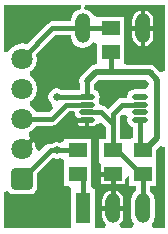
<source format=gbl>
%FSTAX23Y23*%
%MOIN*%
%SFA1B1*%

%IPPOS*%
%AMD19*
4,1,8,-0.035400,0.026500,-0.035400,-0.026500,-0.026500,-0.035400,0.026500,-0.035400,0.035400,-0.026500,0.035400,0.026500,0.026500,0.035400,-0.026500,0.035400,-0.035400,0.026500,0.0*
1,1,0.017800,-0.026500,0.026500*
1,1,0.017800,-0.026500,-0.026500*
1,1,0.017800,0.026500,-0.026500*
1,1,0.017800,0.026500,0.026500*
%
%ADD17C,0.015000*%
%ADD18C,0.070900*%
G04~CAMADD=19~8~0.0~0.0~709.0~709.0~89.0~0.0~15~0.0~0.0~0.0~0.0~0~0.0~0.0~0.0~0.0~0~0.0~0.0~0.0~90.0~708.0~708.0*
%ADD19D19*%
%ADD20O,0.050000X0.100000*%
%ADD21R,0.050000X0.100000*%
%ADD22C,0.025000*%
%ADD23R,0.060000X0.045000*%
%ADD24O,0.053100X0.019700*%
%ADD25C,0.020000*%
%LNencoderdebouncer-1*%
%LPD*%
G36*
X00257Y-00014D02*
X00247Y-00016D01*
X00233Y-00024*
X00225Y-00038*
X00222Y-00053*
Y-00055*
X00161*
X00152Y-00057*
X00145Y-00062*
X00075Y-00131*
X0006Y-00128*
X0004Y-00132*
X00023Y-00143*
X00014Y-00158*
X00003Y-00157*
X0Y-00155*
Y0*
X00255*
X00257Y-00014*
G37*
G36*
X00535Y-00219D02*
X00521Y-00225D01*
X00503Y-00207*
X00494Y-00201*
X00485Y-00199*
X00412*
X004Y-00196*
Y-00121*
Y-00116*
Y-00041*
X0031*
X00298Y-00035*
X00291Y-00024*
X00278Y-00016*
X00268Y-00014*
X00269Y0*
X00535*
Y-00219*
G37*
G36*
X00482Y-00261D02*
X00481Y-00273D01*
X0047Y-00281*
X00469Y-00281*
X00435*
X00426Y-00283*
X00418Y-00288*
X00412Y-00296*
X0041Y-00306*
X00408Y-00309*
X00392*
X00384Y-00311*
X00376Y-00316*
X00346Y-00346*
X00334Y-00338*
X00331Y-00336*
X00322Y-00334*
X00321*
X00319Y-00332*
X00317Y-00322*
X00315Y-00319*
X00317Y-00316*
X00319Y-00306*
X00317Y-00296*
X00312Y-00288*
X00303Y-00283*
X003Y-00282*
Y-00265*
X00315Y-0025*
X00472*
X00482Y-00261*
G37*
G36*
X00222Y-00103D02*
X00225Y-00119D01*
X00233Y-00132*
X00247Y-00141*
X00262Y-00144*
X00278Y-00141*
X00291Y-00132*
X00296Y-00125*
X0031Y-0013*
Y-00196*
X00298Y-002*
X00295Y-00201*
X00287Y-00207*
X00259Y-00234*
X00253Y-00242*
X00251Y-00252*
X00253Y-00262*
X00254Y-00263*
Y-00282*
X00251Y-00283*
X0025Y-00283*
X0019*
X00185Y-0028*
X00175Y-00278*
X00164Y-0028*
X00155Y-00286*
X00149Y-00295*
X00147Y-00306*
X00149Y-00317*
X00155Y-00326*
X00158Y-00328*
X00162Y-00345*
X0015Y-00357*
X00105*
X00096Y-00343*
X00088Y-00338*
Y-00321*
X00096Y-00316*
X00107Y-00299*
X00111Y-0028*
X00107Y-0026*
X00096Y-00243*
X00088Y-00238*
Y-00221*
X00096Y-00216*
X00107Y-00199*
X00111Y-0018*
X00108Y-00164*
X0017Y-00101*
X00222*
Y-00103*
G37*
G36*
X00407Y-00368D02*
X00412Y-00373D01*
X0041Y-00383*
X00412Y-00393*
X00418Y-00401*
X00426Y-00406*
X00429Y-00407*
Y-00442*
X00417Y-00447*
X00407*
X00403*
X00385*
Y-00397*
Y-00371*
X0039Y-00366*
X00407Y-00368*
G37*
G36*
X00164Y-0051D02*
X00175Y-00513D01*
X00185Y-0051*
X00186Y-0051*
X002Y-00516*
Y-00522*
Y-00536*
Y-00602*
X00215*
X00222Y-00613*
Y-00731*
Y-00743*
X00209Y-00745*
X0*
Y-00624*
X00014Y-0062*
X00016Y-00623*
X00024Y-00629*
X00033Y-0063*
X00086*
X00095Y-00629*
X00103Y-00623*
X00109Y-00615*
X0011Y-00606*
Y-00561*
X00162Y-00509*
X00164Y-0051*
G37*
G36*
X00535Y-00475D02*
Y-00745D01*
X00498*
X00494Y-00737*
X00492Y-00731*
X005Y-00719*
X00503Y-00703*
Y-00653*
X005Y-00638*
X00491Y-00624*
X00485Y-0062*
Y-00602*
X00507*
Y-00536*
Y-00527*
Y-00522*
Y-00483*
X00521Y-0047*
X00535Y-00475*
G37*
G36*
X00235Y-00357D02*
X00237Y-00367D01*
X00242Y-00375*
X00242Y-00375*
X00241Y-00375*
X00243*
X00251Y-00381*
X0026Y-00383*
X00277*
Y-00383*
X00284*
Y-00403*
X00294*
X00301Y-00402*
X00308Y-00397*
X00309Y-00396*
X00324Y-00393*
X00326Y-00393*
X00339Y-00407*
Y-00447*
X00317*
Y-00522*
X00322Y-00532*
Y-00557*
X00362*
Y-00565*
X0037*
Y-00597*
X00402*
Y-00579*
X00416Y-00571*
X00417Y-00572*
Y-00602*
X00439*
Y-0062*
X00433Y-00624*
X00425Y-00638*
X00422Y-00653*
Y-00703*
X00425Y-00719*
X00432Y-00731*
X00431Y-00737*
X00427Y-00745*
X00389*
X00384Y-00731*
X00388Y-00728*
X00395Y-00717*
X00398Y-00703*
Y-00686*
X00362*
X00327*
Y-00703*
X00329Y-00717*
X00337Y-00728*
X0034Y-00731*
X00336Y-00745*
X00316*
X00302Y-00743*
Y-00731*
Y-00613*
X00296*
X0029Y-00602*
Y-00536*
Y-00527*
Y-00513*
Y-00447*
X002*
Y-00453*
X00186Y-00459*
X00185Y-00459*
X00175Y-00457*
X00164Y-00459*
X00159Y-00462*
X00155*
X00146Y-00463*
X00138Y-00468*
X00118Y-00488*
X00106Y-00481*
X00106Y-0048*
X00102Y-00462*
X00092Y-00447*
X00083Y-0044*
X00082Y-00437*
X00083Y-00425*
X00096Y-00416*
X00105Y-00402*
X0016*
X00168Y-00401*
X00176Y-00396*
X00217Y-00355*
X00233*
X00235Y-00357*
G37*
%LNencoderdebouncer-2*%
%LPC*%
G36*
X0047Y-00019D02*
Y-00071D01*
X00498*
Y-00053*
X00495Y-0004*
X00488Y-00028*
X00476Y-0002*
X0047Y-00019*
G37*
G36*
X00455D02*
X00449Y-0002D01*
X00437Y-00028*
X00429Y-0004*
X00427Y-00053*
Y-00071*
X00455*
Y-00019*
G37*
G36*
Y-00086D02*
X00427D01*
Y-00103*
X00429Y-00117*
X00437Y-00128*
X00449Y-00136*
X00455Y-00137*
Y-00086*
G37*
G36*
X00498D02*
X0047D01*
Y-00137*
X00476Y-00136*
X00488Y-00128*
X00495Y-00117*
X00498Y-00103*
Y-00086*
G37*
G36*
X00269Y-0039D02*
X00241D01*
X00242Y-00391*
X00246Y-00397*
X00252Y-00402*
X0026Y-00403*
X00269*
Y-0039*
G37*
G36*
X00355Y-00572D02*
X00322D01*
Y-00597*
X00355*
Y-00572*
G37*
G36*
X0037Y-00619D02*
Y-00671D01*
X00398*
Y-00653*
X00395Y-0064*
X00388Y-00628*
X00376Y-0062*
X0037Y-00619*
G37*
G36*
X00355D02*
X00349Y-0062D01*
X00337Y-00628*
X00329Y-0064*
X00327Y-00653*
Y-00671*
X00355*
Y-00619*
G37*
%LNencoderdebouncer-3*%
%LPD*%
G54D17*
X00175Y-00306D02*
X00267D01*
X00245Y-00485D02*
X00262D01*
X00175D02*
X00235D01*
X00155D02*
X00175D01*
X00262Y-00678D02*
Y-00565D01*
X00105Y-00435D02*
X0018D01*
X0006Y-0048D02*
X00105Y-00435D01*
X0018D02*
X00231Y-00383D01*
X0018Y-00435D02*
X00295D01*
X00305Y-00565D02*
Y-00435D01*
Y-00565D02*
X00362D01*
X00231Y-00383D02*
X00277D01*
X00355Y-00225D02*
Y-00158D01*
X00277Y-00306D02*
Y-00252D01*
X00452Y-00474D02*
Y-00383D01*
X00362Y-00485D02*
X00375D01*
X00455Y-00565*
X00462*
X00362Y-00397D02*
Y-00362D01*
X00392Y-00332*
X00452*
X0006Y-0038D02*
X0016D01*
X00207Y-00332*
X00277*
Y-00357D02*
X00322D01*
X00362Y-00397*
Y-00485D02*
Y-00397D01*
Y-00678D02*
Y-00565D01*
X0006Y-0058D02*
X00155Y-00485D01*
X0006Y-0018D02*
X00161Y-00078D01*
X00252*
X00262D02*
X00355D01*
X00462Y-00678D02*
Y-00565D01*
G54D18*
X0006Y-0018D03*
Y-0028D03*
Y-0038D03*
Y-0048D03*
G54D19*
X0006Y-0058D03*
G54D20*
X00462Y-00078D03*
X00262D03*
X00462Y-00678D03*
X00362D03*
G54D21*
X00262Y-00678D03*
G54D22*
X00175Y-00306D03*
Y-00485D03*
G54D23*
X00355Y-00078D03*
Y-00158D03*
X00245Y-00565D03*
Y-00485D03*
X00462Y-00565D03*
Y-00485D03*
X00362D03*
Y-00565D03*
G54D24*
X00277Y-00383D03*
Y-00357D03*
Y-00332D03*
Y-00306D03*
X00452Y-00383D03*
Y-00357D03*
Y-00332D03*
Y-00306D03*
G54D25*
X00355Y-00225D02*
X00485D01*
X00305D02*
X00355D01*
X00462Y-00485D02*
X0047D01*
X0051Y-00445*
Y-0025*
X00485Y-00225D02*
X0051Y-0025D01*
X00277Y-00252D02*
X00305Y-00225D01*
X00452Y-00474D02*
X00462Y-00485D01*
M02*
</source>
